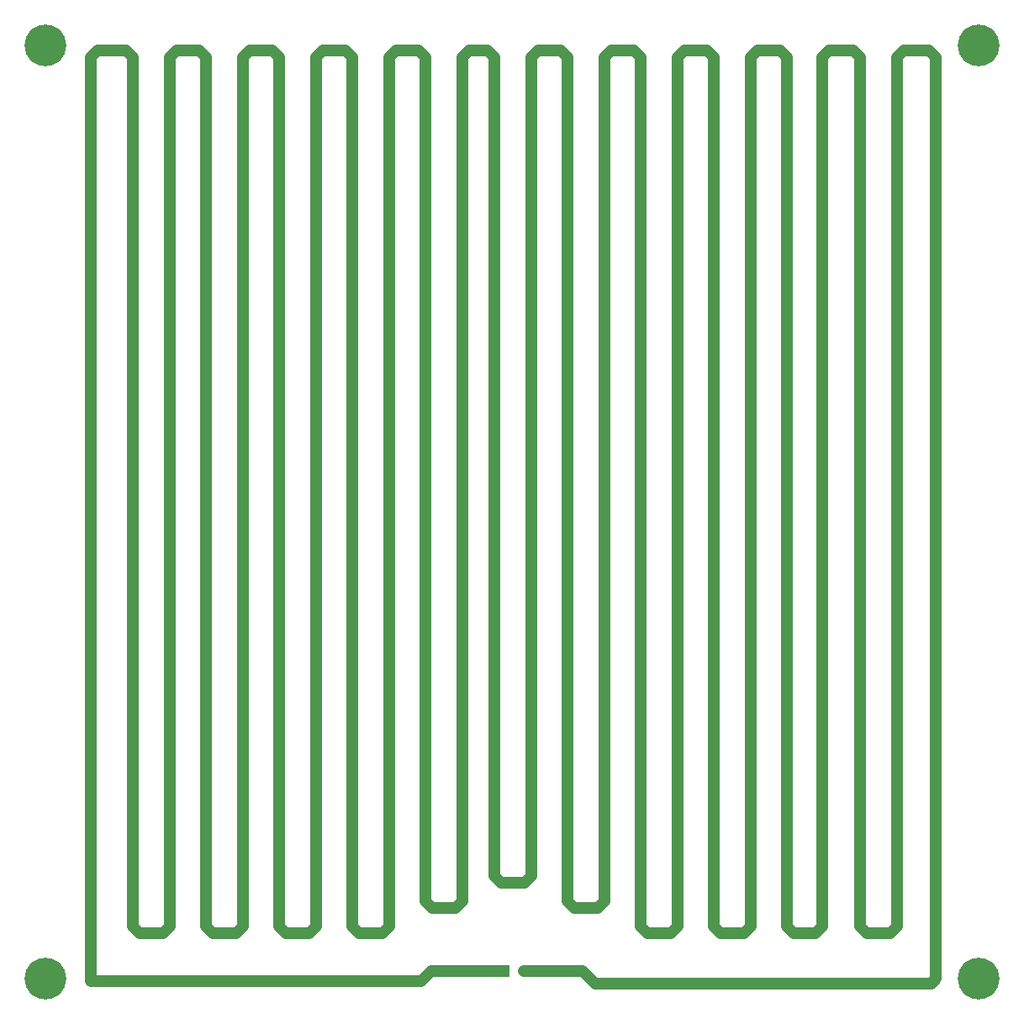
<source format=gbr>
%TF.GenerationSoftware,Altium Limited,Altium Designer,24.3.1 (35)*%
G04 Layer_Physical_Order=2*
G04 Layer_Color=16711680*
%FSLAX45Y45*%
%MOMM*%
%TF.SameCoordinates,045C5737-8DDF-49D6-8C07-AEEE269B335A*%
%TF.FilePolarity,Positive*%
%TF.FileFunction,Copper,L2,Bot,Signal*%
%TF.Part,Single*%
G01*
G75*
%TA.AperFunction,ViaPad*%
%ADD10C,4.20000*%
%TA.AperFunction,ComponentPad*%
%ADD11R,1.20000X1.20000*%
%ADD12C,1.20000*%
%TA.AperFunction,Conductor*%
%ADD13C,1.14300*%
D10*
X300000Y9700000D02*
D03*
Y300000D02*
D03*
X9700000D02*
D03*
Y9700000D02*
D03*
D11*
X4920000Y381000D02*
D03*
D12*
X5120000D02*
D03*
D13*
X7471055Y9652000D02*
X7705444D01*
X7772400Y828955D02*
Y9585045D01*
X7839355Y762000D02*
X8061045D01*
X7772400Y828955D02*
X7839355Y762000D01*
X7705444Y9652000D02*
X7772400Y9585045D01*
X8509000Y828955D02*
Y9585045D01*
X762000Y277036D02*
X4087036D01*
X7404100Y828955D02*
Y9585045D01*
X1118344Y9652000D02*
X1185300Y9585045D01*
X2223244Y762000D02*
X2290200Y828955D01*
X2591544Y9652000D02*
X2658500Y9585045D01*
X5562600Y1082955D02*
X5629555Y1016000D01*
X2725455Y762000D02*
X2959844D01*
X5194300Y1336955D02*
Y9585045D01*
X3395100Y828955D02*
Y9585045D01*
X4826000Y1336955D02*
Y9585045D01*
X4064744Y9652000D02*
X4131700Y9585045D01*
Y1082955D02*
X4198655Y1016000D01*
X5120000Y381000D02*
X5715000D01*
X8877300Y828955D02*
Y9585045D01*
X7404100D02*
X7471055Y9652000D01*
X762000Y9585045D02*
X828955Y9652000D01*
X7102755Y762000D02*
X7337144D01*
X1252255D02*
X1486644D01*
X1620555Y9652000D02*
X1854944D01*
X5930900Y1082955D02*
Y9585045D01*
X3026800D02*
X3093755Y9652000D01*
X3395100Y828955D02*
X3462055Y762000D01*
X3763400Y9585045D02*
X3830355Y9652000D01*
X4433044Y1016000D02*
X4500000Y1082955D01*
X5715000Y381000D02*
X5842000Y254000D01*
X8442044Y9652000D02*
X8509000Y9585045D01*
X8061045Y762000D02*
X8128000Y828955D01*
X762000Y277036D02*
Y9585045D01*
X6600544Y762000D02*
X6667500Y828955D01*
X1988855Y762000D02*
X2223244D01*
X5629555Y1016000D02*
X5863944D01*
X2959844Y762000D02*
X3026800Y828955D01*
X4826000Y1336955D02*
X4892955Y1270000D01*
X4500000Y1082955D02*
Y9585045D01*
X9226040Y254000D02*
X9271001Y298961D01*
X8877300Y9585045D02*
X8944255Y9652000D01*
X8810344Y762000D02*
X8877300Y828955D01*
X828955Y9652000D02*
X1118344D01*
X1185300Y828955D02*
Y9585045D01*
X1854944Y9652000D02*
X1921900Y9585045D01*
X6232244Y9652000D02*
X6299200Y9585045D01*
X2658500Y828955D02*
Y9585045D01*
X5261255Y9652000D02*
X5495644D01*
X3093755D02*
X3328144D01*
X3696444Y762000D02*
X3763400Y828955D01*
X4500000Y9585045D02*
X4566955Y9652000D01*
X4198655Y1016000D02*
X4433044D01*
X4131700Y1082955D02*
Y9585045D01*
X5842000Y254000D02*
X9226040D01*
X7035800Y828955D02*
X7102755Y762000D01*
X6667500Y9585045D02*
X6734455Y9652000D01*
X1553600Y9585045D02*
X1620555Y9652000D01*
X6366155Y762000D02*
X6600544D01*
X5997855Y9652000D02*
X6232244D01*
X2290200Y828955D02*
Y9585045D01*
X5194300D02*
X5261255Y9652000D01*
X5127344Y1270000D02*
X5194300Y1336955D01*
X3328144Y9652000D02*
X3395100Y9585045D01*
X3462055Y762000D02*
X3696444D01*
X4566955Y9652000D02*
X4759044D01*
X3763400Y828955D02*
Y9585045D01*
X8944255Y9652000D02*
X9204045D01*
X8509000Y828955D02*
X8575955Y762000D01*
X8128000Y9585045D02*
X8194955Y9652000D01*
X4087036Y277036D02*
X4191000Y381000D01*
X7035800Y828955D02*
Y9585045D01*
X6734455Y9652000D02*
X6968844D01*
X1553600Y828955D02*
Y9585045D01*
X6299200Y828955D02*
X6366155Y762000D01*
X6299200Y828955D02*
Y9585045D01*
X2290200D02*
X2357155Y9652000D01*
X5495644D02*
X5562600Y9585045D01*
X3026800Y828955D02*
Y9585045D01*
X9204045Y9652000D02*
X9271001Y9585045D01*
X8575955Y762000D02*
X8810344D01*
X8194955Y9652000D02*
X8442044D01*
X8128000Y828955D02*
Y9585045D01*
X4191000Y381000D02*
X4920000D01*
X7337144Y762000D02*
X7404100Y828955D01*
X1185300D02*
X1252255Y762000D01*
X6968844Y9652000D02*
X7035800Y9585045D01*
X1921900Y828955D02*
Y9585045D01*
X5562600Y1082955D02*
Y9585045D01*
X3830355Y9652000D02*
X4064744D01*
X9271001Y298961D02*
Y9585045D01*
X1486644Y762000D02*
X1553600Y828955D01*
X6667500D02*
Y9585045D01*
X1921900Y828955D02*
X1988855Y762000D01*
X5930900Y9585045D02*
X5997855Y9652000D01*
X5863944Y1016000D02*
X5930900Y1082955D01*
X2357155Y9652000D02*
X2591544D01*
X2658500Y828955D02*
X2725455Y762000D01*
X4892955Y1270000D02*
X5127344D01*
X4759044Y9652000D02*
X4826000Y9585045D01*
%TF.MD5,420aecf8072ad9029aff17216c427c8c*%
M02*

</source>
